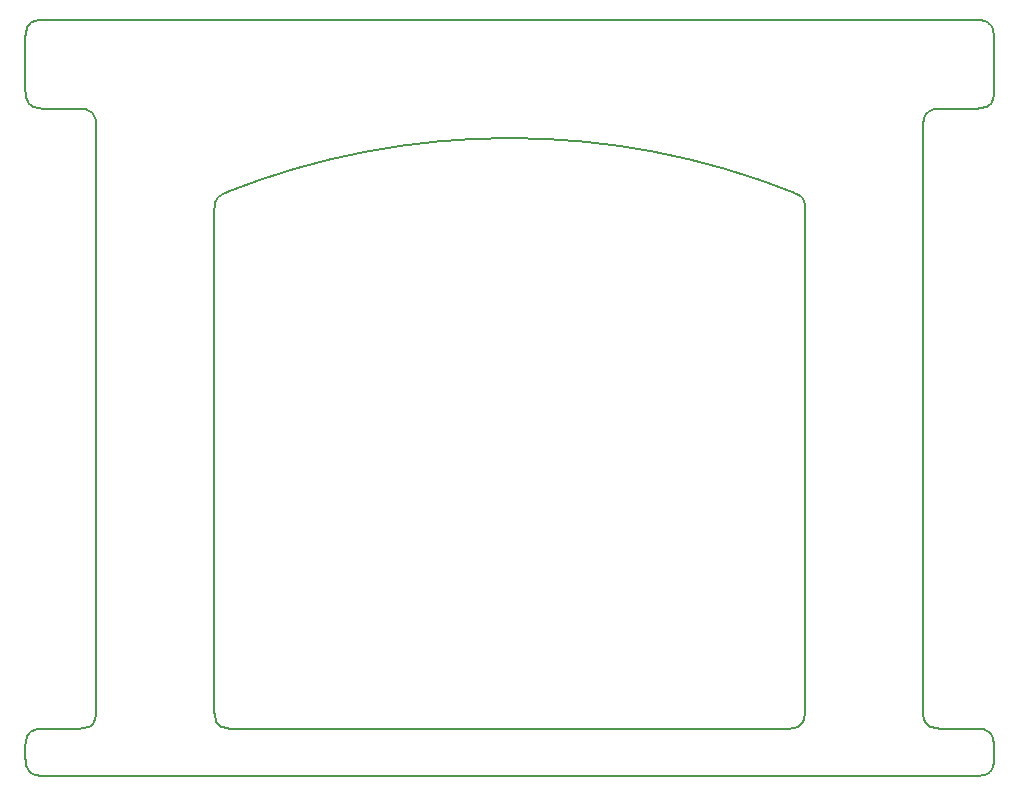
<source format=gbr>
G04 #@! TF.GenerationSoftware,KiCad,Pcbnew,7.0.8*
G04 #@! TF.CreationDate,2023-11-05T16:12:15+01:00*
G04 #@! TF.ProjectId,Front,46726f6e-742e-46b6-9963-61645f706362,rev?*
G04 #@! TF.SameCoordinates,Original*
G04 #@! TF.FileFunction,Profile,NP*
%FSLAX46Y46*%
G04 Gerber Fmt 4.6, Leading zero omitted, Abs format (unit mm)*
G04 Created by KiCad (PCBNEW 7.0.8) date 2023-11-05 16:12:15*
%MOMM*%
%LPD*%
G01*
G04 APERTURE LIST*
%ADD10C,0.200000*%
G04 #@! TA.AperFunction,Profile*
%ADD11C,0.200000*%
G04 #@! TD*
G04 APERTURE END LIST*
D10*
X170015910Y-131956123D02*
X169807643Y-131985979D01*
X169596513Y-131998746D01*
X169500000Y-132000000D01*
D11*
X105000000Y-126500000D02*
X105000000Y-84008475D01*
D10*
X90500000Y-68000000D02*
X90291164Y-68006165D01*
X90078046Y-68027911D01*
X89867256Y-68070609D01*
X89771746Y-68099325D01*
X94400652Y-127828226D02*
X94212884Y-127905765D01*
X94015910Y-127956123D01*
X154710687Y-83019653D02*
X154557983Y-82882206D01*
X154456352Y-82812393D01*
X154601164Y-127693313D02*
X154742625Y-127539455D01*
X154828226Y-127400652D01*
X94956123Y-76484090D02*
X94985979Y-76692356D01*
X94998746Y-76903486D01*
X95000000Y-77000000D01*
X170400652Y-75328226D02*
X170212884Y-75405765D01*
X170015910Y-75456123D01*
X165171774Y-76099348D02*
X165094234Y-76287115D01*
X165043877Y-76484090D01*
X170693313Y-75101164D02*
X170539455Y-75242625D01*
X170400652Y-75328226D01*
X94900675Y-127228254D02*
X94821592Y-127413314D01*
X94710770Y-127580497D01*
X94693313Y-127601164D01*
X105043877Y-127015910D02*
X105014020Y-126807643D01*
X105001253Y-126596513D01*
X105000000Y-126500000D01*
X106500000Y-128000000D02*
X106291164Y-127993834D01*
X106078046Y-127972088D01*
X105867256Y-127929390D01*
X105771746Y-127900675D01*
X169500000Y-68000000D02*
X169708835Y-68006165D01*
X169921953Y-68027911D01*
X170132743Y-68070609D01*
X170228254Y-68099325D01*
D11*
X166500000Y-75500000D02*
X169500000Y-75500000D01*
X89000000Y-129500000D02*
X89000000Y-130500000D01*
X89000000Y-69500000D02*
X89000000Y-74000000D01*
D10*
X89000000Y-130500000D02*
X89006165Y-130708835D01*
X89027911Y-130921953D01*
X89070609Y-131132743D01*
X89099325Y-131228254D01*
X89398836Y-68306687D02*
X89257374Y-68460544D01*
X89171774Y-68599348D01*
X94601164Y-75806687D02*
X94742625Y-75960544D01*
X94828226Y-76099348D01*
D11*
X90500000Y-132000000D02*
X169500000Y-132000000D01*
D10*
X165771746Y-75599325D02*
X165586685Y-75678407D01*
X165419502Y-75789229D01*
X165398836Y-75806687D01*
X105398836Y-127693313D02*
X105257374Y-127539455D01*
X105171774Y-127400652D01*
X89099325Y-74728254D02*
X89178407Y-74913314D01*
X89289229Y-75080497D01*
X89306687Y-75101164D01*
X171000000Y-74000000D02*
X170993834Y-74208835D01*
X170972088Y-74421953D01*
X170929390Y-74632743D01*
X170900675Y-74728254D01*
X170828226Y-128599348D02*
X170905765Y-128787115D01*
X170956123Y-128984090D01*
X170900675Y-131228254D02*
X170821592Y-131413314D01*
X170710770Y-131580497D01*
X170693313Y-131601164D01*
X170601164Y-68306687D02*
X170742625Y-68460544D01*
X170828226Y-68599348D01*
D11*
X155000000Y-84008475D02*
X155000000Y-126500000D01*
D10*
X89000000Y-74000000D02*
X89006165Y-74208835D01*
X89027911Y-74421953D01*
X89070609Y-74632743D01*
X89099325Y-74728254D01*
X93500000Y-75500000D02*
X93708835Y-75506165D01*
X93921953Y-75527911D01*
X94132743Y-75570609D01*
X94228254Y-75599325D01*
X169500000Y-128000000D02*
X169708835Y-128006165D01*
X169921953Y-128027911D01*
X170132743Y-128070609D01*
X170228254Y-128099325D01*
X89984090Y-131956123D02*
X90192356Y-131985979D01*
X90403486Y-131998746D01*
X90500000Y-132000000D01*
X89043877Y-68984090D02*
X89014020Y-69192356D01*
X89001253Y-69403486D01*
X89000000Y-69500000D01*
X165984090Y-127956123D02*
X166192356Y-127985979D01*
X166403486Y-127998746D01*
X166500000Y-128000000D01*
X90500000Y-128000000D02*
X90291164Y-128006165D01*
X90078046Y-128027911D01*
X89867256Y-128070609D01*
X89771746Y-128099325D01*
D11*
X169500000Y-128000000D02*
X166500000Y-128000000D01*
D10*
X89599348Y-75328226D02*
X89787115Y-75405765D01*
X89984090Y-75456123D01*
D11*
X90500000Y-75500000D02*
X93500000Y-75500000D01*
D10*
X171000000Y-130500000D02*
X170993834Y-130708835D01*
X170972088Y-130921953D01*
X170929390Y-131132743D01*
X170900675Y-131228254D01*
X89771746Y-68099325D02*
X89586685Y-68178407D01*
X89419502Y-68289229D01*
X89398836Y-68306687D01*
X89306687Y-131601164D02*
X89460544Y-131742625D01*
X89599348Y-131828226D01*
X170956123Y-128984090D02*
X170985979Y-129192356D01*
X170998746Y-129403486D01*
X171000000Y-129500000D01*
D11*
X169500000Y-68000000D02*
X90500000Y-68000000D01*
D10*
X153500000Y-128000000D02*
X153708835Y-127993834D01*
X153921953Y-127972088D01*
X154132743Y-127929390D01*
X154228254Y-127900675D01*
X170601164Y-128306687D02*
X170742625Y-128460544D01*
X170828226Y-128599348D01*
X165398836Y-75806687D02*
X165257374Y-75960544D01*
X165171774Y-76099348D01*
X170228254Y-68099325D02*
X170413314Y-68178407D01*
X170580497Y-68289229D01*
X170601164Y-68306687D01*
X94228254Y-75599325D02*
X94413314Y-75678407D01*
X94580497Y-75789229D01*
X94601164Y-75806687D01*
X89099325Y-131228254D02*
X89178407Y-131413314D01*
X89289229Y-131580497D01*
X89306687Y-131601164D01*
X105091027Y-83350727D02*
X105179606Y-83164878D01*
X105289313Y-83019653D01*
X170956123Y-68984090D02*
X170985979Y-69192356D01*
X170998746Y-69403486D01*
X171000000Y-69500000D01*
X165000000Y-126500000D02*
X165006165Y-126708835D01*
X165027911Y-126921953D01*
X165070609Y-127132743D01*
X165099325Y-127228254D01*
X165099325Y-127228254D02*
X165178407Y-127413314D01*
X165289229Y-127580497D01*
X165306687Y-127601164D01*
X154908973Y-83350727D02*
X154820393Y-83164878D01*
X154710687Y-83019653D01*
D11*
X93500000Y-128000000D02*
X90500000Y-128000000D01*
X154055118Y-82614975D02*
G75*
G03*
X105944882Y-82614975I-24055118J-60385019D01*
G01*
D10*
X155000000Y-84008475D02*
X154993971Y-83804981D01*
X154970861Y-83595496D01*
X154921128Y-83386287D01*
X154908973Y-83350727D01*
X154228254Y-127900675D02*
X154413314Y-127821592D01*
X154580497Y-127710770D01*
X154601164Y-127693313D01*
X89171774Y-68599348D02*
X89094234Y-68787115D01*
X89043877Y-68984090D01*
D11*
X171000000Y-130500000D02*
X171000000Y-129500000D01*
D10*
X94693313Y-127601164D02*
X94539455Y-127742625D01*
X94400652Y-127828226D01*
X170015910Y-75456123D02*
X169807643Y-75485979D01*
X169596513Y-75498746D01*
X169500000Y-75500000D01*
X89171774Y-128599348D02*
X89094234Y-128787115D01*
X89043877Y-128984090D01*
X94828226Y-76099348D02*
X94905765Y-76287115D01*
X94956123Y-76484090D01*
X89771746Y-128099325D02*
X89586685Y-128178407D01*
X89419502Y-128289229D01*
X89398836Y-128306687D01*
X89306687Y-75101164D02*
X89460544Y-75242625D01*
X89599348Y-75328226D01*
X89398836Y-128306687D02*
X89257374Y-128460544D01*
X89171774Y-128599348D01*
X165043877Y-76484090D02*
X165014020Y-76692356D01*
X165001253Y-76903486D01*
X165000000Y-77000000D01*
X105171774Y-127400652D02*
X105094234Y-127212884D01*
X105043877Y-127015910D01*
X105289313Y-83019653D02*
X105442016Y-82882206D01*
X105543648Y-82812393D01*
X105771746Y-127900675D02*
X105586685Y-127821592D01*
X105419502Y-127710770D01*
X105398836Y-127693313D01*
X89599348Y-131828226D02*
X89787115Y-131905765D01*
X89984090Y-131956123D01*
X170693313Y-131601164D02*
X170539455Y-131742625D01*
X170400652Y-131828226D01*
X166500000Y-75500000D02*
X166291164Y-75506165D01*
X166078046Y-75527911D01*
X165867256Y-75570609D01*
X165771746Y-75599325D01*
X105000000Y-84008475D02*
X105006028Y-83804981D01*
X105029138Y-83595496D01*
X105078871Y-83386287D01*
X105091027Y-83350727D01*
X154456352Y-82812393D02*
X154272427Y-82710691D01*
X154080557Y-82625215D01*
X154055118Y-82614975D01*
X170828226Y-68599348D02*
X170905765Y-68787115D01*
X170956123Y-68984090D01*
X170228254Y-128099325D02*
X170413314Y-128178407D01*
X170580497Y-128289229D01*
X170601164Y-128306687D01*
X95000000Y-126500000D02*
X94993834Y-126708835D01*
X94972088Y-126921953D01*
X94929390Y-127132743D01*
X94900675Y-127228254D01*
X94015910Y-127956123D02*
X93807643Y-127985979D01*
X93596513Y-127998746D01*
X93500000Y-128000000D01*
D11*
X153500000Y-128000000D02*
X106500000Y-128000000D01*
X165000000Y-126500000D02*
X165000000Y-77000000D01*
X95000000Y-77000000D02*
X95000000Y-126500000D01*
D10*
X89043877Y-128984090D02*
X89014020Y-129192356D01*
X89001253Y-129403486D01*
X89000000Y-129500000D01*
X170900675Y-74728254D02*
X170821592Y-74913314D01*
X170710770Y-75080497D01*
X170693313Y-75101164D01*
X170400652Y-131828226D02*
X170212884Y-131905765D01*
X170015910Y-131956123D01*
X154828226Y-127400652D02*
X154905765Y-127212884D01*
X154956123Y-127015910D01*
X165306687Y-127601164D02*
X165460544Y-127742625D01*
X165599348Y-127828226D01*
X165599348Y-127828226D02*
X165787115Y-127905765D01*
X165984090Y-127956123D01*
X89984090Y-75456123D02*
X90192356Y-75485979D01*
X90403486Y-75498746D01*
X90500000Y-75500000D01*
X154956123Y-127015910D02*
X154985979Y-126807643D01*
X154998746Y-126596513D01*
X155000000Y-126500000D01*
D11*
X171000000Y-74000000D02*
X171000000Y-69500000D01*
D10*
X105543648Y-82812393D02*
X105727572Y-82710691D01*
X105919442Y-82625215D01*
X105944882Y-82614975D01*
M02*

</source>
